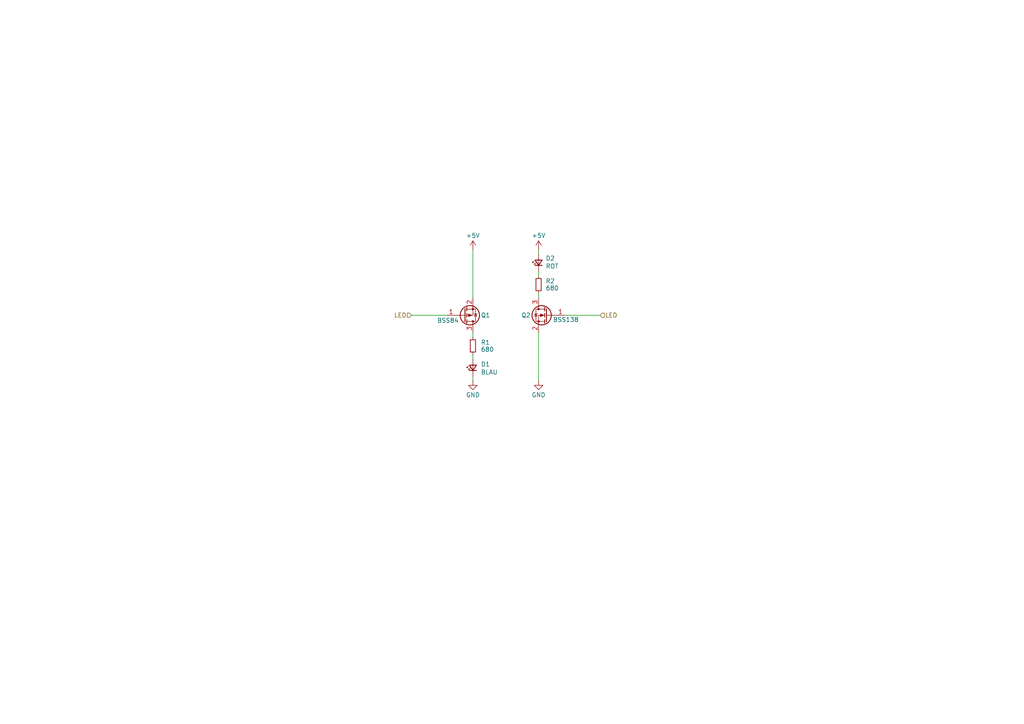
<source format=kicad_sch>
(kicad_sch (version 20250114) (generator "eeschema") (generator_version "9.0")
  (paper "A4")
  (title_block (title "Half Adder PCB") (date "2025-04-10") (rev "1.0") (company "KCH") (comment 1 "KIT - ITIV") (comment 2 "Johannes Pfau"))
  (lib_symbols
    (symbol "Device:LED_Small" (pin_numbers (hide yes)) (pin_names (offset 0.254) (hide yes))
      (property "Reference" "D" (at -1.27 3.175 0))
      (property "Value" "LED_Small" (at -4.445 -2.54 0))
      (symbol "LED_Small_0_1"
        (polyline (pts (xy -0.762 -1.016) (xy -0.762 1.016)) (stroke (width 0.254)))
        (polyline (pts (xy 0 0.762) (xy -0.508 1.27) (xy -0.254 1.27) (xy -0.508 1.27) (xy -0.508 1.016)))
        (polyline (pts (xy 0.508 1.27) (xy 0 1.778) (xy 0.254 1.778) (xy 0 1.778) (xy 0 1.524)))
        (polyline (pts (xy 0.762 -1.016) (xy -0.762 0) (xy 0.762 1.016) (xy 0.762 -1.016)) (stroke (width 0.254)))
        (polyline (pts (xy 1.016 0) (xy -0.762 0)))
      )
      (symbol "LED_Small_1_1"
        (pin passive line (at -2.54 0 0) (length 1.778) (name "K") (number "1"))
        (pin passive line (at 2.54 0 180) (length 1.778) (name "A") (number "2"))
      )
    )
    (symbol "Device:R_Small" (pin_numbers (hide yes)) (pin_names (offset 0.254) (hide yes))
      (property "Reference" "R" (at 0 0 90))
      (property "Value" "R_Small" (at 1.778 0 90))
      (symbol "R_Small_0_1"
        (rectangle (start -0.762 1.778) (end 0.762 -1.778) (stroke (width 0.2032)))
      )
      (symbol "R_Small_1_1"
        (pin passive line (at 0 2.54 270) (length 0.762) (name "~") (number "1"))
        (pin passive line (at 0 -2.54 90) (length 0.762) (name "~") (number "2"))
      )
    )
    (symbol "Transistor_FET:BSS138" (pin_names (hide yes))
      (property "Reference" "Q" (at 5.08 1.905 0))
      (property "Value" "BSS138" (at 5.08 0 0))
      (symbol "BSS138_0_1"
        (polyline (pts (xy 0.254 1.905) (xy 0.254 -1.905)) (stroke (width 0.254)))
        (polyline (pts (xy 0.254 0) (xy -2.54 0)))
        (polyline (pts (xy 0.762 2.286) (xy 0.762 1.27)) (stroke (width 0.254)))
        (polyline (pts (xy 0.762 0.508) (xy 0.762 -0.508)) (stroke (width 0.254)))
        (polyline (pts (xy 0.762 -1.27) (xy 0.762 -2.286)) (stroke (width 0.254)))
        (polyline (pts (xy 0.762 -1.778) (xy 3.302 -1.778) (xy 3.302 1.778) (xy 0.762 1.778)))
        (polyline (pts (xy 1.016 0) (xy 2.032 0.381) (xy 2.032 -0.381) (xy 1.016 0)) (fill (type outline)))
        (circle (center 1.651 0) (radius 2.794) (stroke (width 0.254)))
        (polyline (pts (xy 2.54 2.54) (xy 2.54 1.778)))
        (circle (center 2.54 1.778) (radius 0.254) (fill (type outline)))
        (circle (center 2.54 -1.778) (radius 0.254) (fill (type outline)))
        (polyline (pts (xy 2.54 -2.54) (xy 2.54 0) (xy 0.762 0)))
        (polyline (pts (xy 2.794 0.508) (xy 2.921 0.381) (xy 3.683 0.381) (xy 3.81 0.254)))
        (polyline (pts (xy 3.302 0.381) (xy 2.921 -0.254) (xy 3.683 -0.254) (xy 3.302 0.381)))
      )
      (symbol "BSS138_1_1"
        (pin input line (at -5.08 0 0) (length 2.54) (name "G") (number "1"))
        (pin passive line (at 2.54 5.08 270) (length 2.54) (name "D") (number "3"))
        (pin passive line (at 2.54 -5.08 90) (length 2.54) (name "S") (number "2"))
      )
    )
    (symbol "Transistor_FET:BSS84" (pin_names (hide yes))
      (property "Reference" "Q" (at 5.08 1.905 0))
      (property "Value" "BSS84" (at 5.08 0 0))
      (symbol "BSS84_0_1"
        (polyline (pts (xy 0.254 1.905) (xy 0.254 -1.905)) (stroke (width 0.254)))
        (polyline (pts (xy 0.254 0) (xy -2.54 0)))
        (polyline (pts (xy 0.762 2.286) (xy 0.762 1.27)) (stroke (width 0.254)))
        (polyline (pts (xy 0.762 1.778) (xy 3.302 1.778) (xy 3.302 -1.778) (xy 0.762 -1.778)))
        (polyline (pts (xy 0.762 0.508) (xy 0.762 -0.508)) (stroke (width 0.254)))
        (polyline (pts (xy 0.762 -1.27) (xy 0.762 -2.286)) (stroke (width 0.254)))
        (circle (center 1.651 0) (radius 2.794) (stroke (width 0.254)))
        (polyline (pts (xy 2.286 0) (xy 1.27 0.381) (xy 1.27 -0.381) (xy 2.286 0)) (fill (type outline)))
        (polyline (pts (xy 2.54 2.54) (xy 2.54 1.778)))
        (circle (center 2.54 1.778) (radius 0.254) (fill (type outline)))
        (circle (center 2.54 -1.778) (radius 0.254) (fill (type outline)))
        (polyline (pts (xy 2.54 -2.54) (xy 2.54 0) (xy 0.762 0)))
        (polyline (pts (xy 2.794 -0.508) (xy 2.921 -0.381) (xy 3.683 -0.381) (xy 3.81 -0.254)))
        (polyline (pts (xy 3.302 -0.381) (xy 2.921 0.254) (xy 3.683 0.254) (xy 3.302 -0.381)))
      )
      (symbol "BSS84_1_1"
        (pin input line (at -5.08 0 0) (length 2.54) (name "G") (number "1"))
        (pin passive line (at 2.54 5.08 270) (length 2.54) (name "D") (number "3"))
        (pin passive line (at 2.54 -5.08 90) (length 2.54) (name "S") (number "2"))
      )
    )
    (symbol "power:+5V" (power) (pin_numbers (hide yes)) (pin_names (offset 0) (hide yes))
      (property "Value" "+5V" (at 0 3.556 0))
      (symbol "+5V_0_1"
        (polyline (pts (xy -0.762 1.27) (xy 0 2.54)))
        (polyline (pts (xy 0 2.54) (xy 0.762 1.27)))
        (polyline (pts (xy 0 0) (xy 0 2.54)))
      )
      (symbol "+5V_1_1"
        (pin power_in line (at 0 0 90) (length 0) (name "~") (number "1"))
      )
    )
    (symbol "power:GND" (power) (pin_numbers (hide yes)) (pin_names (offset 0) (hide yes))
      (property "Value" "GND" (at 0 -3.81 0))
      (symbol "GND_0_1"
        (polyline (pts (xy 0 0) (xy 0 -1.27) (xy 1.27 -1.27) (xy 0 -2.54) (xy -1.27 -1.27) (xy 0 -1.27)))
      )
      (symbol "GND_1_1"
        (pin power_in line (at 0 0 270) (length 0) (name "~") (number "1"))
      )
    )
  )
  (wire (pts (xy 137.16 102.87) (xy 137.16 104.14)))
  (wire (pts (xy 173.99 91.44) (xy 163.83 91.44)))
  (wire (pts (xy 156.21 72.39) (xy 156.21 73.66)))
  (wire (pts (xy 119.38 91.44) (xy 129.54 91.44)))
  (wire (pts (xy 137.16 72.39) (xy 137.16 86.36)))
  (wire (pts (xy 137.16 109.22) (xy 137.16 110.49)))
  (wire (pts (xy 156.21 80.01) (xy 156.21 78.74)))
  (wire (pts (xy 156.21 96.52) (xy 156.21 110.49)))
  (wire (pts (xy 137.16 96.52) (xy 137.16 97.79)))
  (wire (pts (xy 156.21 85.09) (xy 156.21 86.36)))
  (hierarchical_label "LED" (shape input) (at 119.38 91.44 180))
  (hierarchical_label "LED" (shape input) (at 173.99 91.44 0))
  (symbol (lib_id "Device:R_Small") (at 137.16 100.33 0) (unit 1)
    (property "Reference" "R3" (at 139.446 99.314 0) (effects (justify left)))
    (property "Value" "680" (at 139.446 101.346 0) (effects (justify left)))
    (property "Footprint" "Resistor_SMD:R_0805_2012Metric" (effects (hide yes)))
    (property "Description" "Resistor, small symbol" (effects (hide yes)))
    (property "AILSER_MPN" "680 0805" (effects (hide yes)))
    (property "LCSC" "C17798" (effects (hide yes)))
    (instances (project "itiv_ha" (path "" (reference "R1") (unit 1)) (path "" (reference "R5") (unit 1)) (path "" (reference "R7") (unit 1)) (path "" (reference "R3") (unit 1))))
  )
  (symbol (lib_id "Transistor_FET:BSS138") (at 158.75 91.44 0) (mirror y) (unit 1)
    (property "Reference" "Q4" (at 153.924 91.44 0) (effects (justify left)))
    (property "Value" "BSS138" (at 167.894 92.71 0) (effects (justify left)))
    (property "Footprint" "Package_TO_SOT_SMD:SOT-23" (effects (hide yes)))
    (property "Datasheet" "https://www.onsemi.com/pub/Collateral/BSS138-D.PDF" (effects (hide yes)))
    (property "Description" "50V Vds, 0.22A Id, N-Channel MOSFET, SOT-23" (effects (hide yes)))
    (property "AILSER_MPN" "BSS138" (effects (hide yes)))
    (property "MPN" "BSS138" (effects (hide yes)))
    (property "LCSC" "C78284" (effects (hide yes)))
    (instances (project "itiv_ha" (path "" (reference "Q2") (unit 1)) (path "" (reference "Q6") (unit 1)) (path "" (reference "Q8") (unit 1)) (path "" (reference "Q4") (unit 1))))
  )
  (symbol (lib_id "power:GND") (at 156.21 110.49 0) (unit 1)
    (property "Reference" "#PWR06" (effects (hide yes)))
    (property "Value" "GND" (at 156.21 114.554 0))
    (property "Description" "Power symbol creates a global label with name \"GND\" , ground" (effects (hide yes)))
    (instances (project "" (path "" (reference "#PWR010") (unit 1)) (path "" (reference "#PWR014") (unit 1)) (path "" (reference "#PWR018") (unit 1)) (path "" (reference "#PWR06") (unit 1))))
  )
  (symbol (lib_id "Device:R_Small") (at 156.21 82.55 0) (mirror y) (unit 1)
    (property "Reference" "R4" (at 158.242 81.534 0) (effects (justify right)))
    (property "Value" "680" (at 158.242 83.566 0) (effects (justify right)))
    (property "Footprint" "Resistor_SMD:R_0805_2012Metric" (effects (hide yes)))
    (property "Description" "Resistor, small symbol" (effects (hide yes)))
    (property "AILSER_MPN" "680 0805" (effects (hide yes)))
    (property "LCSC" "C17798" (effects (hide yes)))
    (instances (project "itiv_ha" (path "" (reference "R2") (unit 1)) (path "" (reference "R6") (unit 1)) (path "" (reference "R8") (unit 1)) (path "" (reference "R4") (unit 1))))
  )
  (symbol (lib_id "power:+5V") (at 137.16 72.39 0) (unit 1)
    (property "Reference" "#PWR04" (effects (hide yes)))
    (property "Value" "+5V" (at 137.16 68.326 0))
    (property "Description" "Power symbol creates a global label with name \"+5V\"" (effects (hide yes)))
    (instances (project "" (path "" (reference "#PWR05") (unit 1)) (path "" (reference "#PWR08") (unit 1)) (path "" (reference "#PWR09") (unit 1)) (path "" (reference "#PWR04") (unit 1))))
  )
  (symbol (lib_id "power:+5V") (at 156.21 72.39 0) (unit 1)
    (property "Reference" "#PWR012" (effects (hide yes)))
    (property "Value" "+5V" (at 156.21 68.326 0))
    (property "Description" "Power symbol creates a global label with name \"+5V\"" (effects (hide yes)))
    (instances (project "itiv_ha" (path "" (reference "#PWR013") (unit 1)) (path "" (reference "#PWR016") (unit 1)) (path "" (reference "#PWR017") (unit 1)) (path "" (reference "#PWR012") (unit 1))))
  )
  (symbol (lib_id "Device:LED_Small") (at 156.21 76.2 90) (unit 1)
    (property "Reference" "D4" (at 158.242 74.93 90) (effects (justify right)))
    (property "Value" "ROT" (at 158.242 77.216 90) (effects (justify right)))
    (property "Footprint" "LED_SMD:LED_0805_2012Metric" (effects (hide yes)))
    (property "Description" "Light emitting diode, small symbol" (effects (hide yes)))
    (property "AILSER_MPN" "LTST-C170KRKT" (effects (hide yes)))
    (property "MPN" "LTST-C170KRKT" (effects (hide yes)))
    (property "LCSC" "C94868" (effects (hide yes)))
    (property "Sim.Pin" "1=K 2=A" (effects (hide yes)))
    (instances (project "itiv_ha" (path "" (reference "D2") (unit 1)) (path "" (reference "D6") (unit 1)) (path "" (reference "D8") (unit 1)) (path "" (reference "D4") (unit 1))))
  )
  (symbol (lib_id "Device:LED_Small") (at 137.16 106.68 90) (unit 1)
    (property "Reference" "D3" (at 139.446 105.664 90) (effects (justify right)))
    (property "Value" "BLAU" (at 139.446 107.95 90) (effects (justify right)))
    (property "Footprint" "LED_SMD:LED_0805_2012Metric" (effects (hide yes)))
    (property "Description" "Light emitting diode, small symbol" (effects (hide yes)))
    (property "AILSER_MPN" "LTST-C170TBKT " (effects (hide yes)))
    (property "MPN" "LTST-C170TBKT " (effects (hide yes)))
    (property "LCSC" "C98222" (effects (hide yes)))
    (property "Sim.Pin" "1=K 2=A" (effects (hide yes)))
    (instances (project "itiv_ha" (path "" (reference "D1") (unit 1)) (path "" (reference "D5") (unit 1)) (path "" (reference "D7") (unit 1)) (path "" (reference "D3") (unit 1))))
  )
  (symbol (lib_id "Transistor_FET:BSS84") (at 134.62 91.44 0) (mirror x) (unit 1)
    (property "Reference" "Q3" (at 139.446 91.44 0) (effects (justify left)))
    (property "Value" "BSS84" (at 126.746 92.964 0) (effects (justify left)))
    (property "Footprint" "Package_TO_SOT_SMD:SOT-23" (effects (hide yes)))
    (property "Datasheet" "http://assets.nexperia.com/documents/data-sheet/BSS84.pdf" (effects (hide yes)))
    (property "Description" "-0.13A Id, -50V Vds, P-Channel MOSFET, SOT-23" (effects (hide yes)))
    (property "AILSER_MPN" "BSS84" (effects (hide yes)))
    (property "MPN" "BSS84P" (effects (hide yes)))
    (property "LCSC" " C112238" (effects (hide yes)))
    (instances (project "itiv_ha" (path "" (reference "Q1") (unit 1)) (path "" (reference "Q5") (unit 1)) (path "" (reference "Q7") (unit 1)) (path "" (reference "Q3") (unit 1))))
  )
  (symbol (lib_id "power:GND") (at 137.16 110.49 0) (unit 1)
    (property "Reference" "#PWR040" (effects (hide yes)))
    (property "Value" "GND" (at 137.16 114.554 0))
    (property "Description" "Power symbol creates a global label with name \"GND\" , ground" (effects (hide yes)))
    (instances (project "itiv_ha" (path "" (reference "#PWR042") (unit 1)) (path "" (reference "#PWR043") (unit 1)) (path "" (reference "#PWR044") (unit 1)) (path "" (reference "#PWR040") (unit 1))))
  )
)
</source>
